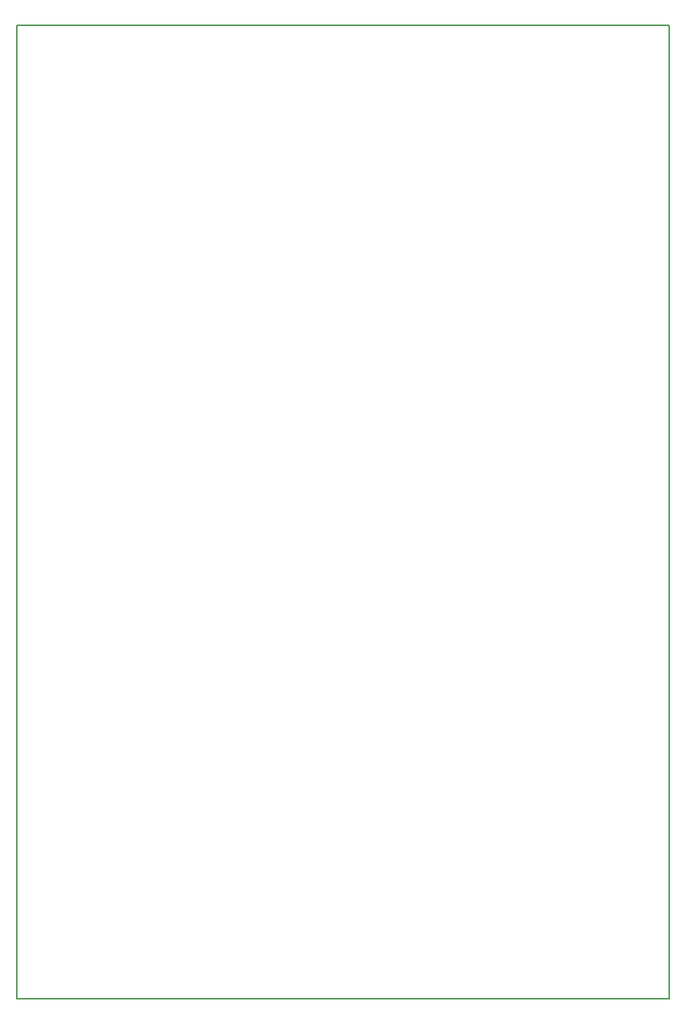
<source format=gbr>
G04 #@! TF.FileFunction,Profile,NP*
%FSLAX46Y46*%
G04 Gerber Fmt 4.6, Leading zero omitted, Abs format (unit mm)*
G04 Created by KiCad (PCBNEW 4.0.7-e2-6376~58~ubuntu14.04.1) date Wed Mar  7 22:38:55 2018*
%MOMM*%
%LPD*%
G01*
G04 APERTURE LIST*
%ADD10C,0.100000*%
%ADD11C,0.150000*%
G04 APERTURE END LIST*
D10*
D11*
X0Y0D02*
X500000Y0D01*
X0Y117500000D02*
X0Y0D01*
X78750000Y0D02*
X78750000Y117500000D01*
X0Y117500000D02*
X500000Y117500000D01*
X78750000Y117500000D02*
X750000Y117500000D01*
X500000Y117500000D02*
X750000Y117500000D01*
X500000Y0D02*
X78750000Y0D01*
M02*

</source>
